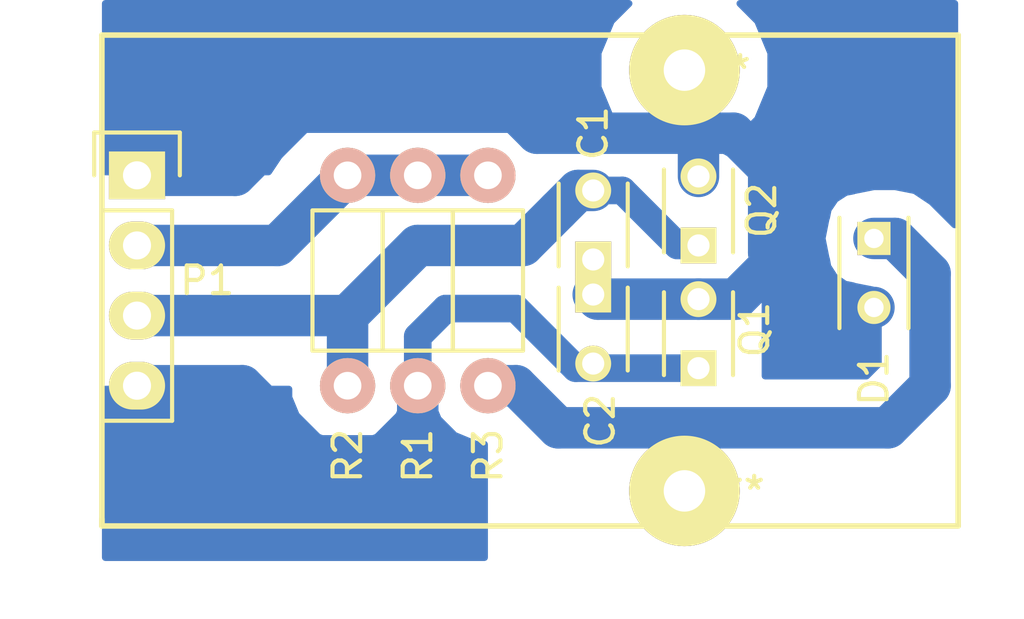
<source format=kicad_pcb>
(kicad_pcb (version 4) (host pcbnew 4.0.2+dfsg1-stable)

  (general
    (links 15)
    (no_connects 1)
    (area 144.751667 94.125 182.121525 119.085)
    (thickness 1.6)
    (drawings 7)
    (tracks 51)
    (zones 0)
    (modules 11)
    (nets 6)
  )

  (page A4)
  (layers
    (0 F.Cu signal)
    (31 B.Cu signal)
    (32 B.Adhes user)
    (33 F.Adhes user)
    (34 B.Paste user)
    (35 F.Paste user)
    (36 B.SilkS user)
    (37 F.SilkS user)
    (38 B.Mask user)
    (39 F.Mask user)
    (40 Dwgs.User user)
    (41 Cmts.User user)
    (42 Eco1.User user)
    (43 Eco2.User user)
    (44 Edge.Cuts user)
    (45 Margin user)
    (46 B.CrtYd user)
    (47 F.CrtYd user)
    (48 B.Fab user)
    (49 F.Fab user)
  )

  (setup
    (last_trace_width 0.25)
    (user_trace_width 1)
    (user_trace_width 1.5)
    (trace_clearance 0.2)
    (zone_clearance 1)
    (zone_45_only no)
    (trace_min 0.2)
    (segment_width 0.2)
    (edge_width 0.15)
    (via_size 0.6)
    (via_drill 0.4)
    (via_min_size 0.4)
    (via_min_drill 0.3)
    (uvia_size 0.3)
    (uvia_drill 0.1)
    (uvias_allowed no)
    (uvia_min_size 0.2)
    (uvia_min_drill 0.1)
    (pcb_text_width 0.3)
    (pcb_text_size 1.5 1.5)
    (mod_edge_width 0.15)
    (mod_text_size 1 1)
    (mod_text_width 0.15)
    (pad_size 1.524 1.524)
    (pad_drill 0.762)
    (pad_to_mask_clearance 0.2)
    (aux_axis_origin 0 0)
    (visible_elements FFFFFF7F)
    (pcbplotparams
      (layerselection 0x00030_80000001)
      (usegerberextensions false)
      (excludeedgelayer true)
      (linewidth 0.100000)
      (plotframeref false)
      (viasonmask false)
      (mode 1)
      (useauxorigin false)
      (hpglpennumber 1)
      (hpglpenspeed 20)
      (hpglpendiameter 15)
      (hpglpenoverlay 2)
      (psnegative false)
      (psa4output false)
      (plotreference true)
      (plotvalue true)
      (plotinvisibletext false)
      (padsonsilk false)
      (subtractmaskfromsilk false)
      (outputformat 1)
      (mirror false)
      (drillshape 1)
      (scaleselection 1)
      (outputdirectory ""))
  )

  (net 0 "")
  (net 1 GND)
  (net 2 VCC)
  (net 3 "Net-(C1-Pad2)")
  (net 4 "Net-(D1-Pad1)")
  (net 5 "Net-(C2-Pad2)")

  (net_class Default "This is the default net class."
    (clearance 0.2)
    (trace_width 0.25)
    (via_dia 0.6)
    (via_drill 0.4)
    (uvia_dia 0.3)
    (uvia_drill 0.1)
    (add_net GND)
    (add_net "Net-(C1-Pad2)")
    (add_net "Net-(C2-Pad2)")
    (add_net "Net-(D1-Pad1)")
    (add_net VCC)
  )

  (module Capacitors_ThroughHole:C_Rect_L4_W2.5_P2.5 (layer F.Cu) (tedit 5BD9B96D) (tstamp 5BD8E105)
    (at 176.53 105.156 270)
    (descr "Film Capacitor Length 4mm x Width 2.5mm, Pitch 2.5mm")
    (tags Capacitor)
    (path /5BD8CD2E)
    (fp_text reference D1 (at 5.08 0 270) (layer F.SilkS)
      (effects (font (size 1 1) (thickness 0.15)))
    )
    (fp_text value LED (at 1.25 2.5 270) (layer F.Fab)
      (effects (font (size 1 1) (thickness 0.15)))
    )
    (fp_line (start -1 -1.5) (end 3.5 -1.5) (layer F.CrtYd) (width 0.05))
    (fp_line (start 3.5 -1.5) (end 3.5 1.5) (layer F.CrtYd) (width 0.05))
    (fp_line (start 3.5 1.5) (end -1 1.5) (layer F.CrtYd) (width 0.05))
    (fp_line (start -1 1.5) (end -1 -1.5) (layer F.CrtYd) (width 0.05))
    (fp_line (start -0.75 -1.25) (end 3.25 -1.25) (layer F.SilkS) (width 0.15))
    (fp_line (start -0.75 1.25) (end 3.25 1.25) (layer F.SilkS) (width 0.15))
    (pad 1 thru_hole rect (at 0 0 270) (size 1.2 1.2) (drill 0.7) (layers *.Cu *.Mask F.SilkS)
      (net 4 "Net-(D1-Pad1)"))
    (pad 2 thru_hole circle (at 2.5 0 270) (size 1.2 1.2) (drill 0.7) (layers *.Cu *.Mask F.SilkS)
      (net 2 VCC))
  )

  (module Pin_Headers:Pin_Header_Straight_1x04 (layer F.Cu) (tedit 5BD9B98A) (tstamp 5BD8E10D)
    (at 149.86 102.87)
    (descr "Through hole pin header")
    (tags "pin header")
    (path /5BD8CDB1)
    (fp_text reference P1 (at 2.54 3.81) (layer F.SilkS)
      (effects (font (size 1 1) (thickness 0.15)))
    )
    (fp_text value CONN_01X04 (at 0 -3.1) (layer F.Fab)
      (effects (font (size 1 1) (thickness 0.15)))
    )
    (fp_line (start -1.75 -1.75) (end -1.75 9.4) (layer F.CrtYd) (width 0.05))
    (fp_line (start 1.75 -1.75) (end 1.75 9.4) (layer F.CrtYd) (width 0.05))
    (fp_line (start -1.75 -1.75) (end 1.75 -1.75) (layer F.CrtYd) (width 0.05))
    (fp_line (start -1.75 9.4) (end 1.75 9.4) (layer F.CrtYd) (width 0.05))
    (fp_line (start -1.27 1.27) (end -1.27 8.89) (layer F.SilkS) (width 0.15))
    (fp_line (start 1.27 1.27) (end 1.27 8.89) (layer F.SilkS) (width 0.15))
    (fp_line (start 1.55 -1.55) (end 1.55 0) (layer F.SilkS) (width 0.15))
    (fp_line (start -1.27 8.89) (end 1.27 8.89) (layer F.SilkS) (width 0.15))
    (fp_line (start 1.27 1.27) (end -1.27 1.27) (layer F.SilkS) (width 0.15))
    (fp_line (start -1.55 0) (end -1.55 -1.55) (layer F.SilkS) (width 0.15))
    (fp_line (start -1.55 -1.55) (end 1.55 -1.55) (layer F.SilkS) (width 0.15))
    (pad 1 thru_hole rect (at 0 0) (size 2.032 1.7272) (drill 1.016) (layers *.Cu *.Mask F.SilkS)
      (net 2 VCC))
    (pad 2 thru_hole oval (at 0 2.54) (size 2.032 1.7272) (drill 1.016) (layers *.Cu *.Mask F.SilkS)
      (net 1 GND))
    (pad 3 thru_hole oval (at 0 5.08) (size 2.032 1.7272) (drill 1.016) (layers *.Cu *.Mask F.SilkS)
      (net 3 "Net-(C1-Pad2)"))
    (pad 4 thru_hole oval (at 0 7.62) (size 2.032 1.7272) (drill 1.016) (layers *.Cu *.Mask F.SilkS)
      (net 5 "Net-(C2-Pad2)"))
    (model Pin_Headers.3dshapes/Pin_Header_Straight_1x04.wrl
      (at (xyz 0 -0.15 0))
      (scale (xyz 1 1 1))
      (rotate (xyz 0 0 90))
    )
  )

  (module Resistors_ThroughHole:Resistor_Horizontal_RM7mm (layer F.Cu) (tedit 5BD9BBEB) (tstamp 5BD8E11A)
    (at 160.02 110.49 90)
    (descr "Resistor, Axial,  RM 7.62mm, 1/3W,")
    (tags "Resistor Axial RM 7.62mm 1/3W R3")
    (path /5BD8D7EA)
    (fp_text reference R1 (at -2.54 0 90) (layer F.SilkS)
      (effects (font (size 1 1) (thickness 0.15)))
    )
    (fp_text value 10K (at 3.81 0 90) (layer F.Fab)
      (effects (font (size 1 1) (thickness 0.15)))
    )
    (fp_line (start -1.25 -1.5) (end 8.85 -1.5) (layer F.CrtYd) (width 0.05))
    (fp_line (start -1.25 1.5) (end -1.25 -1.5) (layer F.CrtYd) (width 0.05))
    (fp_line (start 8.85 -1.5) (end 8.85 1.5) (layer F.CrtYd) (width 0.05))
    (fp_line (start -1.25 1.5) (end 8.85 1.5) (layer F.CrtYd) (width 0.05))
    (fp_line (start 1.27 -1.27) (end 6.35 -1.27) (layer F.SilkS) (width 0.15))
    (fp_line (start 6.35 -1.27) (end 6.35 1.27) (layer F.SilkS) (width 0.15))
    (fp_line (start 6.35 1.27) (end 1.27 1.27) (layer F.SilkS) (width 0.15))
    (fp_line (start 1.27 1.27) (end 1.27 -1.27) (layer F.SilkS) (width 0.15))
    (pad 1 thru_hole circle (at 0 0 90) (size 1.99898 1.99898) (drill 1.00076) (layers *.Cu *.SilkS *.Mask)
      (net 5 "Net-(C2-Pad2)"))
    (pad 2 thru_hole circle (at 7.62 0 90) (size 1.99898 1.99898) (drill 1.00076) (layers *.Cu *.SilkS *.Mask)
      (net 1 GND))
  )

  (module Resistors_ThroughHole:Resistor_Horizontal_RM7mm (layer F.Cu) (tedit 5BD9B980) (tstamp 5BD8E120)
    (at 157.48 110.49 90)
    (descr "Resistor, Axial,  RM 7.62mm, 1/3W,")
    (tags "Resistor Axial RM 7.62mm 1/3W R3")
    (path /5BD8DF5F)
    (fp_text reference R2 (at -2.54 0 90) (layer F.SilkS)
      (effects (font (size 1 1) (thickness 0.15)))
    )
    (fp_text value 10K (at 3.81 0 90) (layer F.Fab)
      (effects (font (size 1 1) (thickness 0.15)))
    )
    (fp_line (start -1.25 -1.5) (end 8.85 -1.5) (layer F.CrtYd) (width 0.05))
    (fp_line (start -1.25 1.5) (end -1.25 -1.5) (layer F.CrtYd) (width 0.05))
    (fp_line (start 8.85 -1.5) (end 8.85 1.5) (layer F.CrtYd) (width 0.05))
    (fp_line (start -1.25 1.5) (end 8.85 1.5) (layer F.CrtYd) (width 0.05))
    (fp_line (start 1.27 -1.27) (end 6.35 -1.27) (layer F.SilkS) (width 0.15))
    (fp_line (start 6.35 -1.27) (end 6.35 1.27) (layer F.SilkS) (width 0.15))
    (fp_line (start 6.35 1.27) (end 1.27 1.27) (layer F.SilkS) (width 0.15))
    (fp_line (start 1.27 1.27) (end 1.27 -1.27) (layer F.SilkS) (width 0.15))
    (pad 1 thru_hole circle (at 0 0 90) (size 1.99898 1.99898) (drill 1.00076) (layers *.Cu *.SilkS *.Mask)
      (net 3 "Net-(C1-Pad2)"))
    (pad 2 thru_hole circle (at 7.62 0 90) (size 1.99898 1.99898) (drill 1.00076) (layers *.Cu *.SilkS *.Mask)
      (net 1 GND))
  )

  (module Resistors_ThroughHole:Resistor_Horizontal_RM7mm (layer F.Cu) (tedit 5BD9B97C) (tstamp 5BD8E126)
    (at 162.56 110.49 90)
    (descr "Resistor, Axial,  RM 7.62mm, 1/3W,")
    (tags "Resistor Axial RM 7.62mm 1/3W R3")
    (path /5BD8D87B)
    (fp_text reference R3 (at -2.54 0 90) (layer F.SilkS)
      (effects (font (size 1 1) (thickness 0.15)))
    )
    (fp_text value 550R (at 3.81 0 90) (layer F.Fab)
      (effects (font (size 1 1) (thickness 0.15)))
    )
    (fp_line (start -1.25 -1.5) (end 8.85 -1.5) (layer F.CrtYd) (width 0.05))
    (fp_line (start -1.25 1.5) (end -1.25 -1.5) (layer F.CrtYd) (width 0.05))
    (fp_line (start 8.85 -1.5) (end 8.85 1.5) (layer F.CrtYd) (width 0.05))
    (fp_line (start -1.25 1.5) (end 8.85 1.5) (layer F.CrtYd) (width 0.05))
    (fp_line (start 1.27 -1.27) (end 6.35 -1.27) (layer F.SilkS) (width 0.15))
    (fp_line (start 6.35 -1.27) (end 6.35 1.27) (layer F.SilkS) (width 0.15))
    (fp_line (start 6.35 1.27) (end 1.27 1.27) (layer F.SilkS) (width 0.15))
    (fp_line (start 1.27 1.27) (end 1.27 -1.27) (layer F.SilkS) (width 0.15))
    (pad 1 thru_hole circle (at 0 0 90) (size 1.99898 1.99898) (drill 1.00076) (layers *.Cu *.SilkS *.Mask)
      (net 4 "Net-(D1-Pad1)"))
    (pad 2 thru_hole circle (at 7.62 0 90) (size 1.99898 1.99898) (drill 1.00076) (layers *.Cu *.SilkS *.Mask)
      (net 1 GND))
  )

  (module Capacitors_ThroughHole:C_Disc_D3_P2.5 (layer F.Cu) (tedit 5BDE4303) (tstamp 5BD9B176)
    (at 166.37 105.918 90)
    (descr "Capacitor 3mm Disc, Pitch 2.5mm")
    (tags Capacitor)
    (path /5BD8EEC4)
    (fp_text reference C1 (at 4.572 0 90) (layer F.SilkS)
      (effects (font (size 1 1) (thickness 0.15)))
    )
    (fp_text value 100n (at 1.25 2.5 90) (layer F.Fab)
      (effects (font (size 1 1) (thickness 0.15)))
    )
    (fp_line (start -0.9 -1.5) (end 3.4 -1.5) (layer F.CrtYd) (width 0.05))
    (fp_line (start 3.4 -1.5) (end 3.4 1.5) (layer F.CrtYd) (width 0.05))
    (fp_line (start 3.4 1.5) (end -0.9 1.5) (layer F.CrtYd) (width 0.05))
    (fp_line (start -0.9 1.5) (end -0.9 -1.5) (layer F.CrtYd) (width 0.05))
    (fp_line (start -0.25 -1.25) (end 2.75 -1.25) (layer F.SilkS) (width 0.15))
    (fp_line (start 2.75 1.25) (end -0.25 1.25) (layer F.SilkS) (width 0.15))
    (pad 1 thru_hole rect (at 0 0 90) (size 1.3 1.3) (drill 0.8) (layers *.Cu *.Mask F.SilkS)
      (net 2 VCC))
    (pad 2 thru_hole circle (at 2.5 0 90) (size 1.3 1.3) (drill 0.8001) (layers *.Cu *.Mask F.SilkS)
      (net 3 "Net-(C1-Pad2)"))
    (model Capacitors_ThroughHole.3dshapes/C_Disc_D3_P2.5.wrl
      (at (xyz 0.0492126 0 0))
      (scale (xyz 1 1 1))
      (rotate (xyz 0 0 0))
    )
  )

  (module Capacitors_ThroughHole:C_Disc_D3_P2.5 (layer F.Cu) (tedit 5BDE42F6) (tstamp 5BDC84AA)
    (at 170.18 105.41 90)
    (descr "Capacitor 3mm Disc, Pitch 2.5mm")
    (tags Capacitor)
    (path /5BDC923E)
    (fp_text reference Q2 (at 1.27 2.286 90) (layer F.SilkS)
      (effects (font (size 1 1) (thickness 0.15)))
    )
    (fp_text value OPTO_NPN (at 1.25 2.5 90) (layer F.Fab)
      (effects (font (size 1 1) (thickness 0.15)))
    )
    (fp_line (start -0.9 -1.5) (end 3.4 -1.5) (layer F.CrtYd) (width 0.05))
    (fp_line (start 3.4 -1.5) (end 3.4 1.5) (layer F.CrtYd) (width 0.05))
    (fp_line (start 3.4 1.5) (end -0.9 1.5) (layer F.CrtYd) (width 0.05))
    (fp_line (start -0.9 1.5) (end -0.9 -1.5) (layer F.CrtYd) (width 0.05))
    (fp_line (start -0.25 -1.25) (end 2.75 -1.25) (layer F.SilkS) (width 0.15))
    (fp_line (start 2.75 1.25) (end -0.25 1.25) (layer F.SilkS) (width 0.15))
    (pad 1 thru_hole rect (at 0 0 90) (size 1.3 1.3) (drill 0.8) (layers *.Cu *.Mask F.SilkS)
      (net 3 "Net-(C1-Pad2)"))
    (pad 2 thru_hole circle (at 2.5 0 90) (size 1.3 1.3) (drill 0.8001) (layers *.Cu *.Mask F.SilkS)
      (net 2 VCC))
    (model Capacitors_ThroughHole.3dshapes/C_Disc_D3_P2.5.wrl
      (at (xyz 0.0492126 0 0))
      (scale (xyz 1 1 1))
      (rotate (xyz 0 0 0))
    )
  )

  (module Capacitors_ThroughHole:C_Disc_D3_P2.5 (layer F.Cu) (tedit 5BDE42FB) (tstamp 5BDC84E6)
    (at 170.18 109.855 90)
    (descr "Capacitor 3mm Disc, Pitch 2.5mm")
    (tags Capacitor)
    (path /5BDC9202)
    (fp_text reference Q1 (at 1.397 2.032 90) (layer F.SilkS)
      (effects (font (size 1 1) (thickness 0.15)))
    )
    (fp_text value OPTO_NPN (at 1.25 2.5 90) (layer F.Fab)
      (effects (font (size 1 1) (thickness 0.15)))
    )
    (fp_line (start -0.9 -1.5) (end 3.4 -1.5) (layer F.CrtYd) (width 0.05))
    (fp_line (start 3.4 -1.5) (end 3.4 1.5) (layer F.CrtYd) (width 0.05))
    (fp_line (start 3.4 1.5) (end -0.9 1.5) (layer F.CrtYd) (width 0.05))
    (fp_line (start -0.9 1.5) (end -0.9 -1.5) (layer F.CrtYd) (width 0.05))
    (fp_line (start -0.25 -1.25) (end 2.75 -1.25) (layer F.SilkS) (width 0.15))
    (fp_line (start 2.75 1.25) (end -0.25 1.25) (layer F.SilkS) (width 0.15))
    (pad 1 thru_hole rect (at 0 0 90) (size 1.3 1.3) (drill 0.8) (layers *.Cu *.Mask F.SilkS)
      (net 5 "Net-(C2-Pad2)"))
    (pad 2 thru_hole circle (at 2.5 0 90) (size 1.3 1.3) (drill 0.8001) (layers *.Cu *.Mask F.SilkS)
      (net 2 VCC))
    (model Capacitors_ThroughHole.3dshapes/C_Disc_D3_P2.5.wrl
      (at (xyz 0.0492126 0 0))
      (scale (xyz 1 1 1))
      (rotate (xyz 0 0 0))
    )
  )

  (module Capacitors_ThroughHole:C_Disc_D3_P2.5 (layer F.Cu) (tedit 5BDE4308) (tstamp 5BDC8C0E)
    (at 166.37 107.188 270)
    (descr "Capacitor 3mm Disc, Pitch 2.5mm")
    (tags Capacitor)
    (path /5BDC9426)
    (fp_text reference C2 (at 4.572 -0.254 270) (layer F.SilkS)
      (effects (font (size 1 1) (thickness 0.15)))
    )
    (fp_text value 100n (at 1.25 2.5 270) (layer F.Fab)
      (effects (font (size 1 1) (thickness 0.15)))
    )
    (fp_line (start -0.9 -1.5) (end 3.4 -1.5) (layer F.CrtYd) (width 0.05))
    (fp_line (start 3.4 -1.5) (end 3.4 1.5) (layer F.CrtYd) (width 0.05))
    (fp_line (start 3.4 1.5) (end -0.9 1.5) (layer F.CrtYd) (width 0.05))
    (fp_line (start -0.9 1.5) (end -0.9 -1.5) (layer F.CrtYd) (width 0.05))
    (fp_line (start -0.25 -1.25) (end 2.75 -1.25) (layer F.SilkS) (width 0.15))
    (fp_line (start 2.75 1.25) (end -0.25 1.25) (layer F.SilkS) (width 0.15))
    (pad 1 thru_hole rect (at 0 0 270) (size 1.3 1.3) (drill 0.8) (layers *.Cu *.Mask F.SilkS)
      (net 2 VCC))
    (pad 2 thru_hole circle (at 2.5 0 270) (size 1.3 1.3) (drill 0.8001) (layers *.Cu *.Mask F.SilkS)
      (net 5 "Net-(C2-Pad2)"))
    (model Capacitors_ThroughHole.3dshapes/C_Disc_D3_P2.5.wrl
      (at (xyz 0.0492126 0 0))
      (scale (xyz 1 1 1))
      (rotate (xyz 0 0 0))
    )
  )

  (module Wire_Pads:SolderWirePad_single_1-5mmDrill (layer F.Cu) (tedit 5BDE4324) (tstamp 5BDC8D4C)
    (at 169.672 99.06)
    (fp_text reference REF** (at 0.254 0) (layer F.SilkS)
      (effects (font (size 1 1) (thickness 0.15)))
    )
    (fp_text value SolderWirePad_single_1-5mmDrill (at -0.635 3.81) (layer F.Fab)
      (effects (font (size 1 1) (thickness 0.15)))
    )
    (pad 1 thru_hole circle (at 0 0) (size 4.0005 4.0005) (drill 1.50114) (layers *.Cu *.Mask F.SilkS))
  )

  (module Wire_Pads:SolderWirePad_single_1-5mmDrill (layer F.Cu) (tedit 5BDE4321) (tstamp 5BDC8D56)
    (at 169.672 114.3)
    (fp_text reference REF** (at 0.762 0) (layer F.SilkS)
      (effects (font (size 1 1) (thickness 0.15)))
    )
    (fp_text value SolderWirePad_single_1-5mmDrill (at -0.635 3.81) (layer F.Fab)
      (effects (font (size 1 1) (thickness 0.15)))
    )
    (pad 1 thru_hole circle (at 0 0) (size 4.0005 4.0005) (drill 1.50114) (layers *.Cu *.Mask F.SilkS))
  )

  (gr_line (start 148.59 115.57) (end 148.59 115.316) (angle 90) (layer F.SilkS) (width 0.2))
  (gr_line (start 179.578 115.57) (end 148.59 115.57) (angle 90) (layer F.SilkS) (width 0.2))
  (gr_line (start 179.578 97.79) (end 148.59 97.79) (angle 90) (layer F.SilkS) (width 0.2))
  (gr_line (start 148.59 115.57) (end 148.59 97.79) (angle 90) (layer F.SilkS) (width 0.2))
  (gr_line (start 179.578 97.79) (end 179.578 115.57) (angle 90) (layer F.SilkS) (width 0.2))
  (gr_circle (center 169.672 99.06) (end 169.672 100.33) (layer F.SilkS) (width 0.2))
  (gr_circle (center 169.672 114.3) (end 170.942 114.3) (layer F.SilkS) (width 0.2))

  (segment (start 149.86 105.41) (end 154.94 105.41) (width 1.5) (layer B.Cu) (net 1))
  (segment (start 154.94 105.41) (end 157.48 102.87) (width 1.5) (layer B.Cu) (net 1) (tstamp 5BDC6BAC))
  (segment (start 162.56 102.87) (end 160.02 102.87) (width 1.5) (layer B.Cu) (net 1))
  (segment (start 160.02 102.87) (end 157.48 102.87) (width 1.5) (layer B.Cu) (net 1) (tstamp 5BDC6B15))
  (segment (start 153.416 102.87) (end 149.86 102.87) (width 1.5) (layer B.Cu) (net 2) (tstamp 5BDC8A8D))
  (segment (start 170.18 101.346) (end 164.338 101.346) (width 1.5) (layer B.Cu) (net 2) (tstamp 5BDC8AA5))
  (segment (start 164.338 101.346) (end 163.576 100.584) (width 1.5) (layer B.Cu) (net 2) (tstamp 5BDC8A79))
  (segment (start 163.576 100.584) (end 155.702 100.584) (width 1.5) (layer B.Cu) (net 2) (tstamp 5BDC8A7F))
  (segment (start 155.702 100.584) (end 153.416 102.87) (width 1.5) (layer B.Cu) (net 2) (tstamp 5BDC8A86))
  (segment (start 166.37 105.918) (end 166.37 107.188) (width 1) (layer B.Cu) (net 2))
  (segment (start 170.18 107.355) (end 166.537 107.355) (width 1.5) (layer B.Cu) (net 2))
  (segment (start 166.537 107.355) (end 166.37 107.188) (width 1.5) (layer B.Cu) (net 2) (tstamp 5BDC8C59))
  (segment (start 170.18 102.91) (end 170.18 101.346) (width 1.5) (layer B.Cu) (net 2))
  (segment (start 170.18 101.346) (end 170.18 101.6) (width 1.5) (layer B.Cu) (net 2) (tstamp 5BDC8AA2))
  (segment (start 170.18 101.6) (end 170.18 101.346) (width 1.5) (layer B.Cu) (net 2) (tstamp 5BDC8AA4))
  (segment (start 176.53 107.656) (end 174.712 107.656) (width 1.5) (layer B.Cu) (net 2))
  (segment (start 171.45 101.346) (end 170.18 101.346) (width 1.5) (layer B.Cu) (net 2) (tstamp 5BDC8A76))
  (segment (start 172.72 102.616) (end 171.45 101.346) (width 1.5) (layer B.Cu) (net 2) (tstamp 5BDC8A71))
  (segment (start 172.72 105.664) (end 172.72 102.616) (width 1.5) (layer B.Cu) (net 2) (tstamp 5BDC8A6E))
  (segment (start 174.712 107.656) (end 172.72 105.664) (width 1.5) (layer B.Cu) (net 2) (tstamp 5BDC8A66))
  (segment (start 170.18 107.355) (end 171.537 107.355) (width 1.5) (layer B.Cu) (net 2))
  (segment (start 171.537 107.355) (end 172.974 105.918) (width 1.5) (layer B.Cu) (net 2) (tstamp 5BDC89D7))
  (segment (start 166.37 103.418) (end 167.426 103.418) (width 1) (layer B.Cu) (net 3))
  (segment (start 169.418 105.41) (end 170.18 105.41) (width 1) (layer B.Cu) (net 3) (tstamp 5BDC8CB4))
  (segment (start 167.426 103.418) (end 169.418 105.41) (width 1) (layer B.Cu) (net 3) (tstamp 5BDC8CB1))
  (segment (start 166.37 103.418) (end 165.822 103.418) (width 1.5) (layer B.Cu) (net 3))
  (segment (start 165.822 103.418) (end 165.1 104.14) (width 1.5) (layer B.Cu) (net 3) (tstamp 5BDC8C87))
  (segment (start 165.1 104.14) (end 163.83 105.41) (width 1.5) (layer B.Cu) (net 3) (tstamp 5BD9B92E))
  (segment (start 157.48 107.95) (end 160.02 105.41) (width 1.5) (layer B.Cu) (net 3) (tstamp 5BDC6AE0))
  (segment (start 160.02 105.41) (end 163.83 105.41) (width 1.5) (layer B.Cu) (net 3) (tstamp 5BDC6AE2))
  (segment (start 149.86 107.95) (end 157.48 107.95) (width 1.5) (layer B.Cu) (net 3))
  (segment (start 157.48 110.49) (end 157.48 107.95) (width 1.5) (layer B.Cu) (net 3))
  (segment (start 162.56 110.49) (end 163.576 110.49) (width 1.5) (layer B.Cu) (net 4))
  (segment (start 177.292 105.156) (end 176.53 105.156) (width 1.5) (layer B.Cu) (net 4) (tstamp 5BDC8A5F))
  (segment (start 178.562 106.426) (end 177.292 105.156) (width 1.5) (layer B.Cu) (net 4) (tstamp 5BDC8A5C))
  (segment (start 178.562 110.49) (end 178.562 106.426) (width 1.5) (layer B.Cu) (net 4) (tstamp 5BDC8A57))
  (segment (start 177.038 112.014) (end 178.562 110.49) (width 1.5) (layer B.Cu) (net 4) (tstamp 5BDC8A52))
  (segment (start 165.1 112.014) (end 177.038 112.014) (width 1.5) (layer B.Cu) (net 4) (tstamp 5BDC8A4B))
  (segment (start 163.576 110.49) (end 165.1 112.014) (width 1.5) (layer B.Cu) (net 4) (tstamp 5BDC8A46))
  (segment (start 166.37 109.688) (end 167.6 109.688) (width 0.25) (layer F.Cu) (net 5))
  (segment (start 167.6 109.688) (end 167.64 109.728) (width 0.25) (layer F.Cu) (net 5) (tstamp 5BDE4351))
  (segment (start 170.18 109.855) (end 165.735 109.855) (width 1) (layer B.Cu) (net 5))
  (segment (start 160.02 108.712) (end 160.02 110.49) (width 1) (layer B.Cu) (net 5) (tstamp 5BDC8A0E))
  (segment (start 161.036 107.696) (end 160.02 108.712) (width 1) (layer B.Cu) (net 5) (tstamp 5BDC8A0B))
  (segment (start 163.576 107.696) (end 161.036 107.696) (width 1) (layer B.Cu) (net 5) (tstamp 5BDC8A09))
  (segment (start 165.735 109.855) (end 163.576 107.696) (width 1) (layer B.Cu) (net 5) (tstamp 5BDC8A03))
  (segment (start 149.86 110.49) (end 153.67 110.49) (width 1.5) (layer B.Cu) (net 5))
  (segment (start 160.02 111.76) (end 160.02 110.49) (width 1.5) (layer B.Cu) (net 5) (tstamp 5BDC6BBD))
  (segment (start 158.75 113.03) (end 160.02 111.76) (width 1.5) (layer B.Cu) (net 5) (tstamp 5BDC6BBB))
  (segment (start 156.21 113.03) (end 158.75 113.03) (width 1.5) (layer B.Cu) (net 5) (tstamp 5BDC6BB9))
  (segment (start 153.67 110.49) (end 156.21 113.03) (width 1.5) (layer B.Cu) (net 5) (tstamp 5BDC6BB5))

  (zone (net 5) (net_name "Net-(C2-Pad2)") (layer B.Cu) (tstamp 5BD9BB89) (hatch edge 0.508)
    (connect_pads yes (clearance 1))
    (min_thickness 0.254)
    (fill yes (arc_segments 16) (thermal_gap 0.508) (thermal_bridge_width 0.508))
    (polygon
      (pts
        (xy 162.56 116.84) (xy 148.59 116.84) (xy 148.59 110.49) (xy 162.56 110.49) (xy 162.56 114.3)
      )
    )
    (filled_polygon
      (pts
        (xy 155.353142 110.911129) (xy 155.676199 111.692986) (xy 156.273868 112.291699) (xy 157.055159 112.61612) (xy 157.901129 112.616858)
        (xy 158.682986 112.293801) (xy 159.281699 111.696132) (xy 159.60612 110.914841) (xy 159.60638 110.617) (xy 160.433399 110.617)
        (xy 160.433142 110.911129) (xy 160.756199 111.692986) (xy 161.353868 112.291699) (xy 162.135159 112.61612) (xy 162.433 112.61638)
        (xy 162.433 116.713) (xy 148.717 116.713) (xy 148.717 110.617) (xy 155.353399 110.617)
      )
    )
  )
  (zone (net 2) (net_name VCC) (layer B.Cu) (tstamp 5BD9B9CD) (hatch edge 0.508)
    (connect_pads yes (clearance 1))
    (min_thickness 0.254)
    (fill yes (arc_segments 16) (thermal_gap 0.508) (thermal_bridge_width 0.508))
    (polygon
      (pts
        (xy 179.578 116.84) (xy 172.466 116.84) (xy 172.466 106.68) (xy 172.466 102.87) (xy 170.18 101.6)
        (xy 163.83 101.6) (xy 162.56 100.33) (xy 156.379333 100.33) (xy 154.686 102.87) (xy 148.59 102.87)
        (xy 148.59 96.52) (xy 179.578 96.52) (xy 179.578 109.22)
      )
    )
    (filled_polygon
      (pts
        (xy 179.451 104.660521) (xy 178.619239 103.828761) (xy 178.010297 103.421878) (xy 177.990801 103.418) (xy 177.292 103.279)
        (xy 176.53 103.279) (xy 175.811703 103.421878) (xy 175.796491 103.432043) (xy 175.512359 103.485506) (xy 175.128781 103.732331)
        (xy 174.871452 104.108944) (xy 174.80879 104.418379) (xy 174.795878 104.437703) (xy 174.653 105.156) (xy 174.795878 105.874297)
        (xy 174.806043 105.889509) (xy 174.859506 106.173641) (xy 175.106331 106.557219) (xy 175.482944 106.814548) (xy 175.792379 106.87721)
        (xy 175.811703 106.890122) (xy 176.510678 107.029157) (xy 176.685 107.203479) (xy 176.685 109.712521) (xy 176.260522 110.137)
        (xy 172.593 110.137) (xy 172.593 102.87) (xy 172.582994 102.82059) (xy 172.554553 102.778965) (xy 172.527677 102.758982)
        (xy 170.984204 101.901497) (xy 171.44113 101.712699) (xy 172.321607 100.833757) (xy 172.798706 99.684777) (xy 172.799791 98.440681)
        (xy 172.324699 97.29087) (xy 171.681952 96.647) (xy 179.451 96.647)
      )
    )
    (filled_polygon
      (pts
        (xy 167.022393 97.286243) (xy 166.545294 98.435223) (xy 166.544209 99.679319) (xy 167.019301 100.82913) (xy 167.662048 101.473)
        (xy 164.170125 101.473) (xy 163.766132 101.068301) (xy 163.27324 100.863634) (xy 162.649803 100.240197) (xy 162.607789 100.212334)
        (xy 162.56 100.203) (xy 156.379333 100.203) (xy 156.329923 100.213006) (xy 156.273663 100.259553) (xy 154.618032 102.743)
        (xy 148.717 102.743) (xy 148.717 96.647) (xy 167.662752 96.647)
      )
    )
  )
)

</source>
